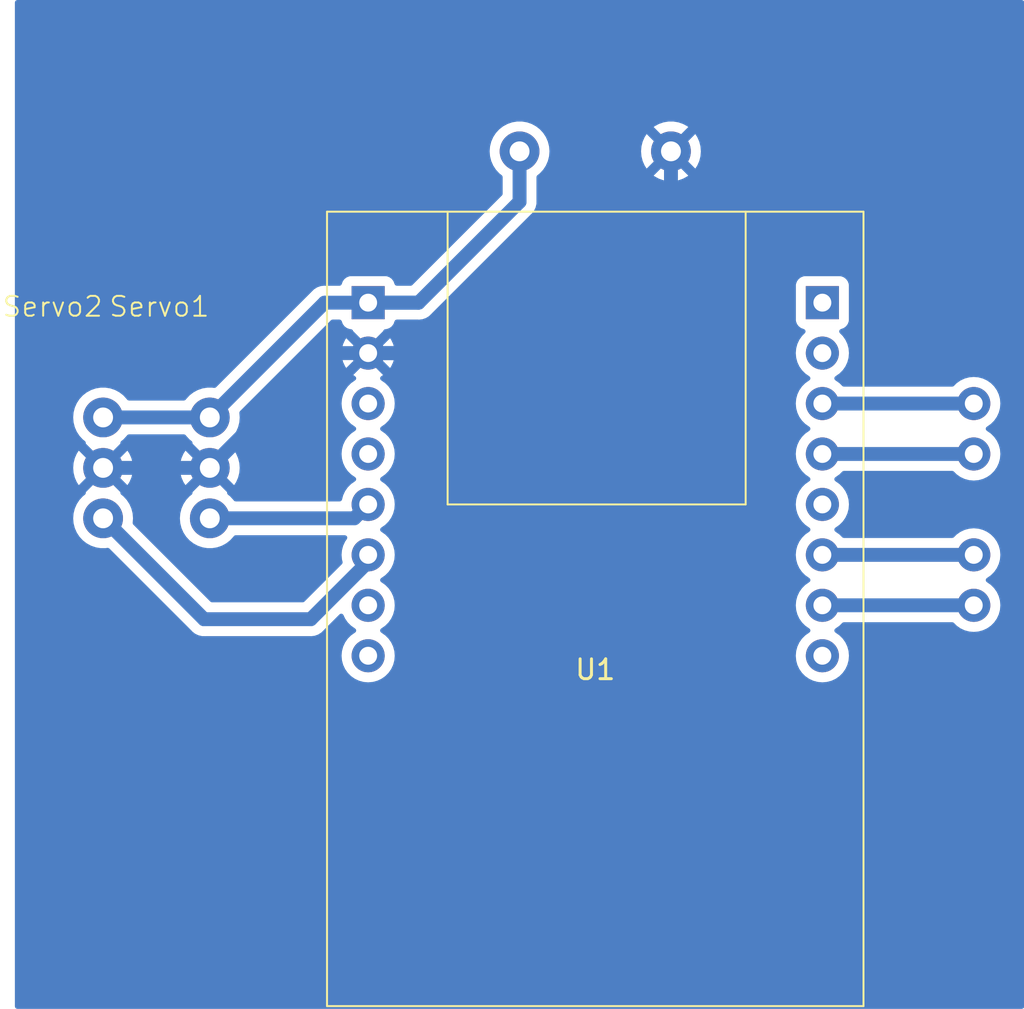
<source format=kicad_pcb>
(kicad_pcb (version 20221018) (generator pcbnew)
  (layers (0 "F.Cu" signal) (31 "B.Cu" signal) (34 "B.Paste" user) (35 "F.Paste" user) (36 "B.SilkS" user "B.Silkscreen") (37 "F.SilkS" user "F.Silkscreen") (38 "B.Mask" user) (39 "F.Mask" user) (44 "Edge.Cuts" user))
  (net 0 "")
  (net 1 "+5V")
  (net 2 "GND")
  (net 3 "Net-(Servo1-CTRL)")
  (net 4 "Net-(Servo2-CTRL)")
  (net 11 "unconnected-(U1-IO0-Pad11)")
  (net 12 "unconnected-(U1-GND_2-Pad12)")
  (net 14 "unconnected-(U1-U0R-Pad14)")
  (net 15 "unconnected-(U1-U0T-Pad15)")
  (footprint "" (layer "F.Cu") (at 205.74 25.4)
    (fp_text reference "" (at 0 0) (layer "F.SilkS") (effects (font (size 1.27 1.27))))
    (fp_text value "" (at 0 0) (layer "F.SilkS") (effects (font (size 1.27 1.27))))
    (pad "1" thru_hole circle (at 0 0) (size 2 2) (drill 1) (layers "*.Cu" "*.Mask") (net 1 "+5V"))
  )
  (footprint "" (layer "F.Cu") (at 228.6 38.1)
    (fp_text reference "" (at 0 0) (layer "F.SilkS") (effects (font (size 1.27 1.27))))
    (fp_text value "" (at 0 0) (layer "F.SilkS") (effects (font (size 1.27 1.27))))
    (pad "11" thru_hole circle (at 0 0) (size 1.665 1.665) (drill 0.9) (layers "*.Cu" "*.Mask") (net 11 "unconnected-(U1-IO0-Pad11)"))
  )
  (footprint "Servo:ServoG9" (layer "F.Cu") (at 182.24 33.72)
    (fp_text reference "Servo2" (at 0 -0.5 unlocked) (layer "F.SilkS") (effects (font (thickness 0.1))))
    (fp_text value "~")
    (pad "1" thru_hole circle (at 2.54 5.08) (size 2 2) (drill 1) (layers "*.Cu" "*.Mask") (net 1 "+5V"))
    (pad "2" thru_hole circle (at 2.54 7.62) (size 2 2) (drill 1) (layers "*.Cu" "*.Mask") (net 2 "GND"))
    (pad "3" thru_hole circle (at 2.54 10.16) (size 2 2) (drill 1) (layers "*.Cu" "*.Mask") (net 4 "Net-(Servo2-CTRL)"))
  )
  (footprint "" (layer "F.Cu") (at 228.6 45.72)
    (fp_text reference "" (at 0 0) (layer "F.SilkS") (effects (font (size 1.27 1.27))))
    (fp_text value "" (at 0 0) (layer "F.SilkS") (effects (font (size 1.27 1.27))))
    (pad "14" thru_hole circle (at 0 0) (size 1.665 1.665) (drill 0.9) (layers "*.Cu" "*.Mask") (net 14 "unconnected-(U1-U0R-Pad14)"))
  )
  (footprint "" (layer "F.Cu") (at 213.36 25.4)
    (fp_text reference "" (at 0 0) (layer "F.SilkS") (effects (font (size 1.27 1.27))))
    (fp_text value "" (at 0 0) (layer "F.SilkS") (effects (font (size 1.27 1.27))))
    (pad "2" thru_hole circle (at 0 0) (size 2 2) (drill 1) (layers "*.Cu" "*.Mask") (net 2 "GND"))
  )
  (footprint "" (layer "F.Cu") (at 228.6 48.26)
    (fp_text reference "" (at 0 0) (layer "F.SilkS") (effects (font (size 1.27 1.27))))
    (fp_text value "" (at 0 0) (layer "F.SilkS") (effects (font (size 1.27 1.27))))
    (pad "15" thru_hole circle (at 0 0) (size 1.665 1.665) (drill 0.9) (layers "*.Cu" "*.Mask") (net 15 "unconnected-(U1-U0T-Pad15)"))
  )
  (footprint "ESP32-CAM:ESP32-CAM" (layer "F.Cu") (at 198.12 50.8)
    (fp_text reference "U1" (at 11.43 0.7) (layer "F.SilkS"))
    (fp_text value "ESP32-CAM")
    (fp_line (start -2.07 -22.36) (end -2.07 17.64) (stroke (width 0.1)) (layer "F.SilkS"))
    (fp_line (start -2.07 17.64) (end 24.93 17.64) (stroke (width 0.1)) (layer "F.SilkS"))
    (fp_line (start 4 -22.36) (end 4 -7.62) (stroke (width 0.1)) (layer "F.SilkS"))
    (fp_line (start 4 -7.62) (end 19 -7.62) (stroke (width 0.1)) (layer "F.SilkS"))
    (fp_line (start 19 -22.36) (end 19 -7.62) (stroke (width 0.1)) (layer "F.SilkS"))
    (fp_line (start 24.93 -22.36) (end -2.07 -22.36) (stroke (width 0.1)) (layer "F.SilkS"))
    (fp_line (start 24.93 17.64) (end 24.93 -22.36) (stroke (width 0.1)) (layer "F.SilkS"))
    (pad "1" thru_hole circle (at 0 0) (size 1.665 1.665) (drill 0.9) (layers "*.Cu" "*.Mask"))
    (pad "2" thru_hole circle (at 0 -2.54) (size 1.665 1.665) (drill 0.9) (layers "*.Cu" "*.Mask"))
    (pad "3" thru_hole circle (at 0 -5.08) (size 1.665 1.665) (drill 0.9) (layers "*.Cu" "*.Mask") (net 4 "Net-(Servo2-CTRL)"))
    (pad "4" thru_hole circle (at 0 -7.62) (size 1.665 1.665) (drill 0.9) (layers "*.Cu" "*.Mask") (net 3 "Net-(Servo1-CTRL)"))
    (pad "5" thru_hole circle (at 0 -10.16) (size 1.665 1.665) (drill 0.9) (layers "*.Cu" "*.Mask"))
    (pad "6" thru_hole circle (at 0 -12.7) (size 1.665 1.665) (drill 0.9) (layers "*.Cu" "*.Mask"))
    (pad "7" thru_hole circle (at 0 -15.24) (size 1.665 1.665) (drill 0.9) (layers "*.Cu" "*.Mask") (net 2 "GND"))
    (pad "8" thru_hole rect (at 0 -17.78) (size 1.665 1.665) (drill 0.9) (layers "*.Cu" "*.Mask") (net 1 "+5V"))
    (pad "9" thru_hole rect (at 22.86 -17.78) (size 1.665 1.665) (drill 0.9) (layers "*.Cu" "*.Mask"))
    (pad "10" thru_hole circle (at 22.86 -15.24) (size 1.665 1.665) (drill 0.9) (layers "*.Cu" "*.Mask"))
    (pad "11" thru_hole circle (at 22.86 -12.7) (size 1.665 1.665) (drill 0.9) (layers "*.Cu" "*.Mask") (net 11 "unconnected-(U1-IO0-Pad11)"))
    (pad "12" thru_hole circle (at 22.86 -10.16) (size 1.665 1.665) (drill 0.9) (layers "*.Cu" "*.Mask") (net 12 "unconnected-(U1-GND_2-Pad12)"))
    (pad "13" thru_hole circle (at 22.86 -7.62) (size 1.665 1.665) (drill 0.9) (layers "*.Cu" "*.Mask"))
    (pad "14" thru_hole circle (at 22.86 -5.08) (size 1.665 1.665) (drill 0.9) (layers "*.Cu" "*.Mask") (net 14 "unconnected-(U1-U0R-Pad14)"))
    (pad "15" thru_hole circle (at 22.86 -2.54) (size 1.665 1.665) (drill 0.9) (layers "*.Cu" "*.Mask") (net 15 "unconnected-(U1-U0T-Pad15)"))
    (pad "16" thru_hole circle (at 22.86 0) (size 1.665 1.665) (drill 0.9) (layers "*.Cu" "*.Mask"))
  )
  (footprint "" (layer "F.Cu") (at 228.6 40.64)
    (fp_text reference "" (at 0 0) (layer "F.SilkS") (effects (font (size 1.27 1.27))))
    (fp_text value "" (at 0 0) (layer "F.SilkS") (effects (font (size 1.27 1.27))))
    (pad "12" thru_hole circle (at 0 0) (size 1.665 1.665) (drill 0.9) (layers "*.Cu" "*.Mask") (net 12 "unconnected-(U1-GND_2-Pad12)"))
  )
  (footprint "Servo:ServoG9" (layer "F.Cu") (at 187.61 33.72)
    (fp_text reference "Servo1" (at 0 -0.5 unlocked) (layer "F.SilkS") (effects (font (thickness 0.1))))
    (fp_text value "~")
    (pad "1" thru_hole circle (at 2.54 5.08) (size 2 2) (drill 1) (layers "*.Cu" "*.Mask") (net 1 "+5V"))
    (pad "2" thru_hole circle (at 2.54 7.62) (size 2 2) (drill 1) (layers "*.Cu" "*.Mask") (net 2 "GND"))
    (pad "3" thru_hole circle (at 2.54 10.16) (size 2 2) (drill 1) (layers "*.Cu" "*.Mask") (net 3 "Net-(Servo1-CTRL)"))
  )
  (segment (start 198.12 33.02) (end 200.66 33.02) (width 0.7) (layer "B.Cu") (net 1))
  (segment (start 200.66 33.02) (end 205.74 27.94) (width 0.7) (layer "B.Cu") (net 1))
  (segment (start 190.15 38.8) (end 195.93 33.02) (width 0.7) (layer "B.Cu") (net 1))
  (segment (start 205.74 27.94) (end 205.74 25.4) (width 0.7) (layer "B.Cu") (net 1))
  (segment (start 195.93 33.02) (end 200.66 33.02) (width 0.7) (layer "B.Cu") (net 1))
  (segment (start 190.15 38.8) (end 184.78 38.8) (width 0.7) (layer "B.Cu") (net 1))
  (segment (start 195.93 35.56) (end 204.707 35.56) (width 0.7) (layer "B.Cu") (net 2))
  (segment (start 184.78 41.34) (end 190.15 41.34) (width 0.7) (layer "B.Cu") (net 2))
  (segment (start 190.15 41.34) (end 195.93 35.56) (width 0.7) (layer "B.Cu") (net 2))
  (segment (start 205.058666 35.56) (end 213.36 27.258666) (width 0.7) (layer "B.Cu") (net 2))
  (segment (start 213.36 27.258666) (end 213.36 25.4) (width 0.7) (layer "B.Cu") (net 2))
  (segment (start 198.12 35.56) (end 205.058666 35.56) (width 0.7) (layer "B.Cu") (net 2))
  (segment (start 197.42 43.88) (end 198.12 43.18) (width 0.7) (layer "B.Cu") (net 3))
  (segment (start 190.15 43.88) (end 197.42 43.88) (width 0.7) (layer "B.Cu") (net 3))
  (segment (start 195.23 48.96) (end 198.47 45.72) (width 0.7) (layer "B.Cu") (net 4))
  (segment (start 189.86 48.96) (end 195.23 48.96) (width 0.7) (layer "B.Cu") (net 4))
  (segment (start 184.78 43.88) (end 189.86 48.96) (width 0.7) (layer "B.Cu") (net 4))
  (segment (start 220.98 38.1) (end 228.6 38.1) (width 0.7) (layer "B.Cu") (net 11))
  (segment (start 220.98 40.64) (end 228.6 40.64) (width 0.7) (layer "B.Cu") (net 12))
  (segment (start 220.98 45.72) (end 228.6 45.72) (width 0.7) (layer "B.Cu") (net 14))
  (segment (start 228.6 48.26) (end 220.98 48.26) (width 0.7) (layer "B.Cu") (net 15))
  (zone (net 2) (net_name "GND") (layer "B.Cu") (connect_pads (clearance 0.5)) (min_thickness 0.25) (fill yes (thermal_gap 0.5) (thermal_bridge_width 0.5))
    (polygon (pts (xy 231.14 17.78) (xy 180.34 17.78) (xy 180.34 68.58) (xy 231.14 68.58)))
  )
)
</source>
